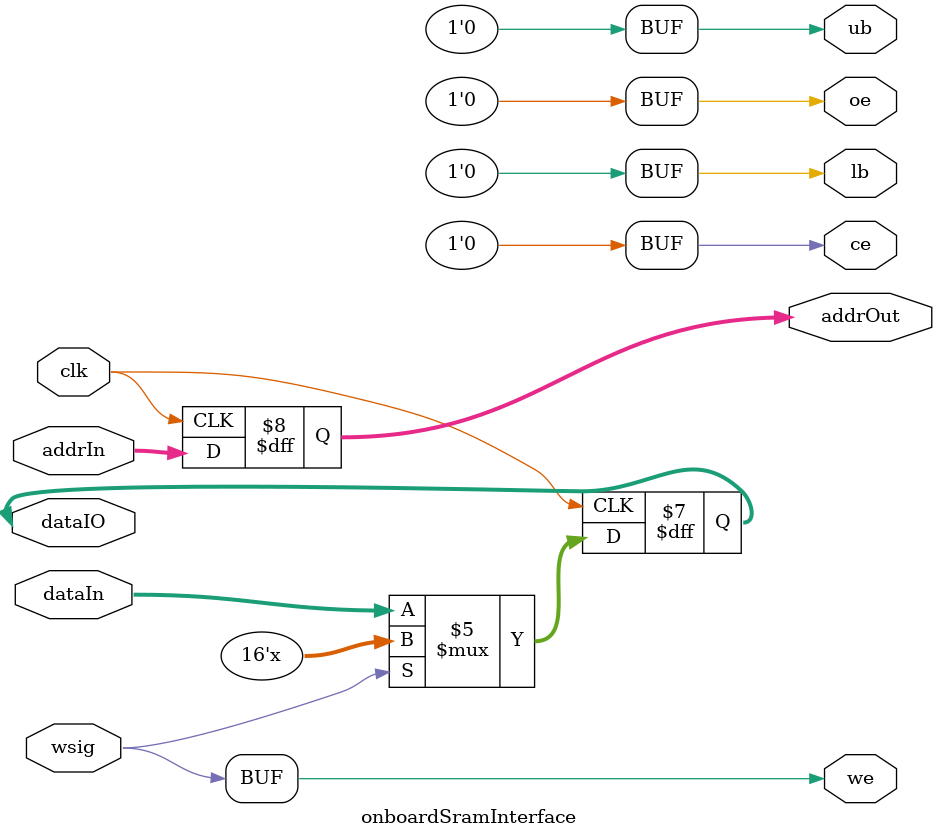
<source format=v>
module main(
	SRAM_DQ, SRAM_ADDR, SRAM_LB_N, SRAM_UB_N, SRAM_CE_N, SRAM_OE_N, SRAM_WE_N,
	LEDR,
	SW, CLOCK_50, KEY
	);
	inout  [15:0] SRAM_DQ;
	output [17:0] SRAM_ADDR;
	output SRAM_LB_N, SRAM_UB_N, SRAM_CE_N, SRAM_OE_N, SRAM_WE_N;
	
	output [4:0] LEDR;
	input  [9:0] SW;
	input  [3:3] KEY;
	input  CLOCK_50;
	
	//onboardSramInterface(lb, ub, ce, oe, we, dataIO, addrOut, addrIn, dataIn, wsig, clk);
	onboardSramInterface INTR0(SRAM_LB_N, SRAM_UB_N, SRAM_CE_N, SRAM_OE_N, SRAM_WE_N, SRAM_DQ, SRAM_ADDR, {13'b0, SW[9:5]}, {11'b0, SW[4:0]}, KEY[3], CLOCK_50);
	assign LEDR = SRAM_DQ[4:0];
endmodule

module onboardSramInterface(lb, ub, ce, oe, we, dataIO, addrOut, addrIn, dataIn, wsig, clk);
	output lb, ub, ce, oe, we;
	inout  reg [15:0] dataIO;
	output reg [17:0] addrOut;
	input  [17:0] addrIn;
	input  [15:0] dataIn;
	input  wsig, clk;
	
	assign {lb, ub, ce, oe} = 4'b0;
	assign we = wsig;
	
	always @(posedge clk) begin
		addrOut <= addrIn;
	end
	
	always @(posedge clk) begin
		if(~we) 
			dataIO = dataIn;
		else
			dataIO = 16'bz;
	end
endmodule

</source>
